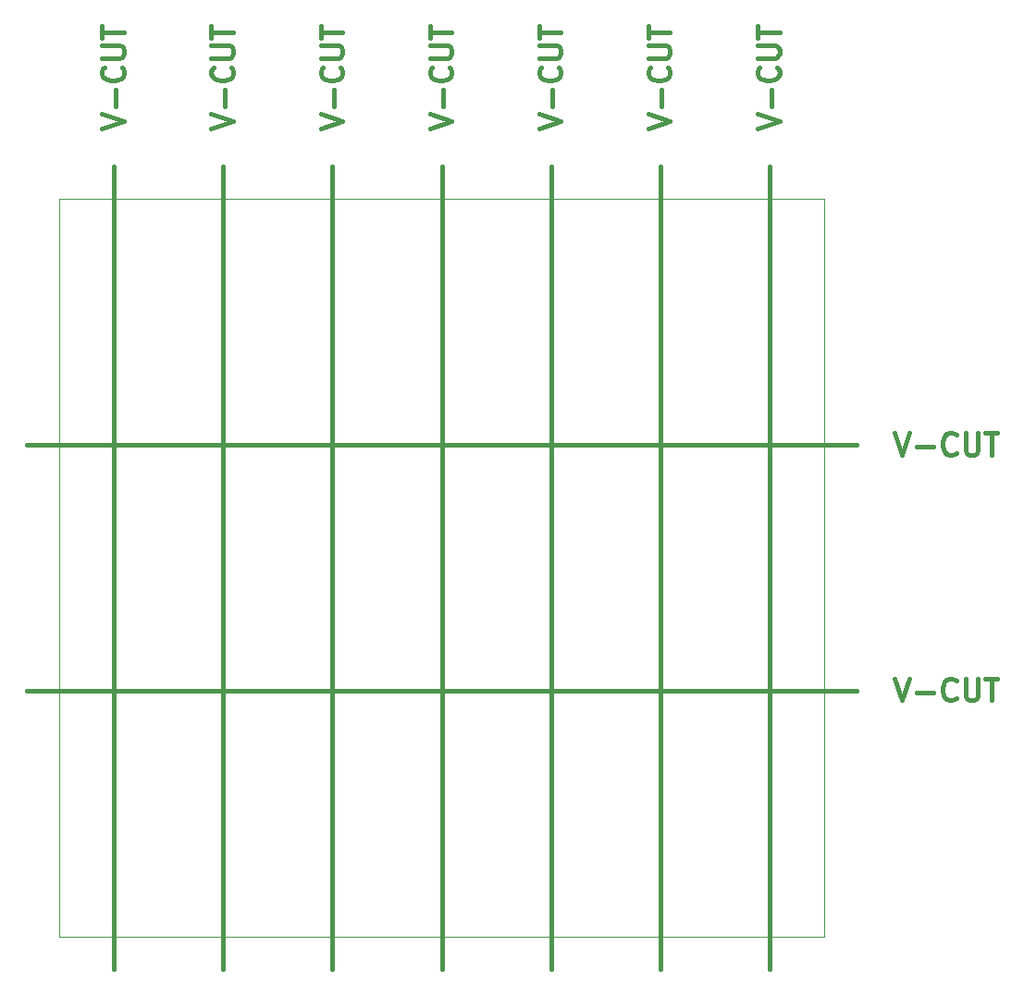
<source format=gbr>
G04 #@! TF.GenerationSoftware,KiCad,Pcbnew,5.1.10-88a1d61d58~90~ubuntu21.04.1*
G04 #@! TF.CreationDate,2021-10-15T09:48:59+02:00*
G04 #@! TF.ProjectId,IndicatorLeds,496e6469-6361-4746-9f72-4c6564732e6b,rev?*
G04 #@! TF.SameCoordinates,Original*
G04 #@! TF.FileFunction,Other,Comment*
%FSLAX46Y46*%
G04 Gerber Fmt 4.6, Leading zero omitted, Abs format (unit mm)*
G04 Created by KiCad (PCBNEW 5.1.10-88a1d61d58~90~ubuntu21.04.1) date 2021-10-15 09:48:59*
%MOMM*%
%LPD*%
G01*
G04 APERTURE LIST*
%ADD10C,0.400000*%
G04 #@! TA.AperFunction,Profile*
%ADD11C,0.100000*%
G04 #@! TD*
G04 APERTURE END LIST*
D10*
X108904761Y-43548523D02*
X110904761Y-42881857D01*
X108904761Y-42215190D01*
X110142857Y-41548523D02*
X110142857Y-40024714D01*
X110714285Y-37929476D02*
X110809523Y-38024714D01*
X110904761Y-38310428D01*
X110904761Y-38500904D01*
X110809523Y-38786619D01*
X110619047Y-38977095D01*
X110428571Y-39072333D01*
X110047619Y-39167571D01*
X109761904Y-39167571D01*
X109380952Y-39072333D01*
X109190476Y-38977095D01*
X109000000Y-38786619D01*
X108904761Y-38500904D01*
X108904761Y-38310428D01*
X109000000Y-38024714D01*
X109095238Y-37929476D01*
X108904761Y-37072333D02*
X110523809Y-37072333D01*
X110714285Y-36977095D01*
X110809523Y-36881857D01*
X110904761Y-36691380D01*
X110904761Y-36310428D01*
X110809523Y-36119952D01*
X110714285Y-36024714D01*
X110523809Y-35929476D01*
X108904761Y-35929476D01*
X108904761Y-35262809D02*
X108904761Y-34119952D01*
X110904761Y-34691380D02*
X108904761Y-34691380D01*
X110000000Y-46999000D02*
X110000000Y-120501000D01*
X48904761Y-43548523D02*
X50904761Y-42881857D01*
X48904761Y-42215190D01*
X50142857Y-41548523D02*
X50142857Y-40024714D01*
X50714285Y-37929476D02*
X50809523Y-38024714D01*
X50904761Y-38310428D01*
X50904761Y-38500904D01*
X50809523Y-38786619D01*
X50619047Y-38977095D01*
X50428571Y-39072333D01*
X50047619Y-39167571D01*
X49761904Y-39167571D01*
X49380952Y-39072333D01*
X49190476Y-38977095D01*
X49000000Y-38786619D01*
X48904761Y-38500904D01*
X48904761Y-38310428D01*
X49000000Y-38024714D01*
X49095238Y-37929476D01*
X48904761Y-37072333D02*
X50523809Y-37072333D01*
X50714285Y-36977095D01*
X50809523Y-36881857D01*
X50904761Y-36691380D01*
X50904761Y-36310428D01*
X50809523Y-36119952D01*
X50714285Y-36024714D01*
X50523809Y-35929476D01*
X48904761Y-35929476D01*
X48904761Y-35262809D02*
X48904761Y-34119952D01*
X50904761Y-34691380D02*
X48904761Y-34691380D01*
X50000000Y-46999000D02*
X50000000Y-120501000D01*
X98904761Y-43548523D02*
X100904761Y-42881857D01*
X98904761Y-42215190D01*
X100142857Y-41548523D02*
X100142857Y-40024714D01*
X100714285Y-37929476D02*
X100809523Y-38024714D01*
X100904761Y-38310428D01*
X100904761Y-38500904D01*
X100809523Y-38786619D01*
X100619047Y-38977095D01*
X100428571Y-39072333D01*
X100047619Y-39167571D01*
X99761904Y-39167571D01*
X99380952Y-39072333D01*
X99190476Y-38977095D01*
X99000000Y-38786619D01*
X98904761Y-38500904D01*
X98904761Y-38310428D01*
X99000000Y-38024714D01*
X99095238Y-37929476D01*
X98904761Y-37072333D02*
X100523809Y-37072333D01*
X100714285Y-36977095D01*
X100809523Y-36881857D01*
X100904761Y-36691380D01*
X100904761Y-36310428D01*
X100809523Y-36119952D01*
X100714285Y-36024714D01*
X100523809Y-35929476D01*
X98904761Y-35929476D01*
X98904761Y-35262809D02*
X98904761Y-34119952D01*
X100904761Y-34691380D02*
X98904761Y-34691380D01*
X100000000Y-46999000D02*
X100000000Y-120501000D01*
X68904761Y-43548523D02*
X70904761Y-42881857D01*
X68904761Y-42215190D01*
X70142857Y-41548523D02*
X70142857Y-40024714D01*
X70714285Y-37929476D02*
X70809523Y-38024714D01*
X70904761Y-38310428D01*
X70904761Y-38500904D01*
X70809523Y-38786619D01*
X70619047Y-38977095D01*
X70428571Y-39072333D01*
X70047619Y-39167571D01*
X69761904Y-39167571D01*
X69380952Y-39072333D01*
X69190476Y-38977095D01*
X69000000Y-38786619D01*
X68904761Y-38500904D01*
X68904761Y-38310428D01*
X69000000Y-38024714D01*
X69095238Y-37929476D01*
X68904761Y-37072333D02*
X70523809Y-37072333D01*
X70714285Y-36977095D01*
X70809523Y-36881857D01*
X70904761Y-36691380D01*
X70904761Y-36310428D01*
X70809523Y-36119952D01*
X70714285Y-36024714D01*
X70523809Y-35929476D01*
X68904761Y-35929476D01*
X68904761Y-35262809D02*
X68904761Y-34119952D01*
X70904761Y-34691380D02*
X68904761Y-34691380D01*
X70000000Y-46999000D02*
X70000000Y-120501000D01*
X88904761Y-43548523D02*
X90904761Y-42881857D01*
X88904761Y-42215190D01*
X90142857Y-41548523D02*
X90142857Y-40024714D01*
X90714285Y-37929476D02*
X90809523Y-38024714D01*
X90904761Y-38310428D01*
X90904761Y-38500904D01*
X90809523Y-38786619D01*
X90619047Y-38977095D01*
X90428571Y-39072333D01*
X90047619Y-39167571D01*
X89761904Y-39167571D01*
X89380952Y-39072333D01*
X89190476Y-38977095D01*
X89000000Y-38786619D01*
X88904761Y-38500904D01*
X88904761Y-38310428D01*
X89000000Y-38024714D01*
X89095238Y-37929476D01*
X88904761Y-37072333D02*
X90523809Y-37072333D01*
X90714285Y-36977095D01*
X90809523Y-36881857D01*
X90904761Y-36691380D01*
X90904761Y-36310428D01*
X90809523Y-36119952D01*
X90714285Y-36024714D01*
X90523809Y-35929476D01*
X88904761Y-35929476D01*
X88904761Y-35262809D02*
X88904761Y-34119952D01*
X90904761Y-34691380D02*
X88904761Y-34691380D01*
X90000000Y-46999000D02*
X90000000Y-120501000D01*
X78904761Y-43548523D02*
X80904761Y-42881857D01*
X78904761Y-42215190D01*
X80142857Y-41548523D02*
X80142857Y-40024714D01*
X80714285Y-37929476D02*
X80809523Y-38024714D01*
X80904761Y-38310428D01*
X80904761Y-38500904D01*
X80809523Y-38786619D01*
X80619047Y-38977095D01*
X80428571Y-39072333D01*
X80047619Y-39167571D01*
X79761904Y-39167571D01*
X79380952Y-39072333D01*
X79190476Y-38977095D01*
X79000000Y-38786619D01*
X78904761Y-38500904D01*
X78904761Y-38310428D01*
X79000000Y-38024714D01*
X79095238Y-37929476D01*
X78904761Y-37072333D02*
X80523809Y-37072333D01*
X80714285Y-36977095D01*
X80809523Y-36881857D01*
X80904761Y-36691380D01*
X80904761Y-36310428D01*
X80809523Y-36119952D01*
X80714285Y-36024714D01*
X80523809Y-35929476D01*
X78904761Y-35929476D01*
X78904761Y-35262809D02*
X78904761Y-34119952D01*
X80904761Y-34691380D02*
X78904761Y-34691380D01*
X80000000Y-46999000D02*
X80000000Y-120501000D01*
X58904761Y-43548523D02*
X60904761Y-42881857D01*
X58904761Y-42215190D01*
X60142857Y-41548523D02*
X60142857Y-40024714D01*
X60714285Y-37929476D02*
X60809523Y-38024714D01*
X60904761Y-38310428D01*
X60904761Y-38500904D01*
X60809523Y-38786619D01*
X60619047Y-38977095D01*
X60428571Y-39072333D01*
X60047619Y-39167571D01*
X59761904Y-39167571D01*
X59380952Y-39072333D01*
X59190476Y-38977095D01*
X59000000Y-38786619D01*
X58904761Y-38500904D01*
X58904761Y-38310428D01*
X59000000Y-38024714D01*
X59095238Y-37929476D01*
X58904761Y-37072333D02*
X60523809Y-37072333D01*
X60714285Y-36977095D01*
X60809523Y-36881857D01*
X60904761Y-36691380D01*
X60904761Y-36310428D01*
X60809523Y-36119952D01*
X60714285Y-36024714D01*
X60523809Y-35929476D01*
X58904761Y-35929476D01*
X58904761Y-35262809D02*
X58904761Y-34119952D01*
X60904761Y-34691380D02*
X58904761Y-34691380D01*
X60000000Y-46999000D02*
X60000000Y-120501000D01*
X121451476Y-93904761D02*
X122118142Y-95904761D01*
X122784809Y-93904761D01*
X123451476Y-95142857D02*
X124975285Y-95142857D01*
X127070523Y-95714285D02*
X126975285Y-95809523D01*
X126689571Y-95904761D01*
X126499095Y-95904761D01*
X126213380Y-95809523D01*
X126022904Y-95619047D01*
X125927666Y-95428571D01*
X125832428Y-95047619D01*
X125832428Y-94761904D01*
X125927666Y-94380952D01*
X126022904Y-94190476D01*
X126213380Y-94000000D01*
X126499095Y-93904761D01*
X126689571Y-93904761D01*
X126975285Y-94000000D01*
X127070523Y-94095238D01*
X127927666Y-93904761D02*
X127927666Y-95523809D01*
X128022904Y-95714285D01*
X128118142Y-95809523D01*
X128308619Y-95904761D01*
X128689571Y-95904761D01*
X128880047Y-95809523D01*
X128975285Y-95714285D01*
X129070523Y-95523809D01*
X129070523Y-93904761D01*
X129737190Y-93904761D02*
X130880047Y-93904761D01*
X130308619Y-95904761D02*
X130308619Y-93904761D01*
X42000000Y-95000000D02*
X118001000Y-95000000D01*
X121451476Y-71404761D02*
X122118142Y-73404761D01*
X122784809Y-71404761D01*
X123451476Y-72642857D02*
X124975285Y-72642857D01*
X127070523Y-73214285D02*
X126975285Y-73309523D01*
X126689571Y-73404761D01*
X126499095Y-73404761D01*
X126213380Y-73309523D01*
X126022904Y-73119047D01*
X125927666Y-72928571D01*
X125832428Y-72547619D01*
X125832428Y-72261904D01*
X125927666Y-71880952D01*
X126022904Y-71690476D01*
X126213380Y-71500000D01*
X126499095Y-71404761D01*
X126689571Y-71404761D01*
X126975285Y-71500000D01*
X127070523Y-71595238D01*
X127927666Y-71404761D02*
X127927666Y-73023809D01*
X128022904Y-73214285D01*
X128118142Y-73309523D01*
X128308619Y-73404761D01*
X128689571Y-73404761D01*
X128880047Y-73309523D01*
X128975285Y-73214285D01*
X129070523Y-73023809D01*
X129070523Y-71404761D01*
X129737190Y-71404761D02*
X130880047Y-71404761D01*
X130308619Y-73404761D02*
X130308619Y-71404761D01*
X42000000Y-72500000D02*
X118001000Y-72500000D01*
D11*
X45000000Y-49999000D02*
X110000000Y-49999000D01*
X45000000Y-117501000D02*
X45000000Y-49999000D01*
X115001000Y-117501000D02*
X45000000Y-117501000D01*
X115001000Y-49999000D02*
X115001000Y-117501000D01*
X110000000Y-49999000D02*
X115001000Y-49999000D01*
M02*

</source>
